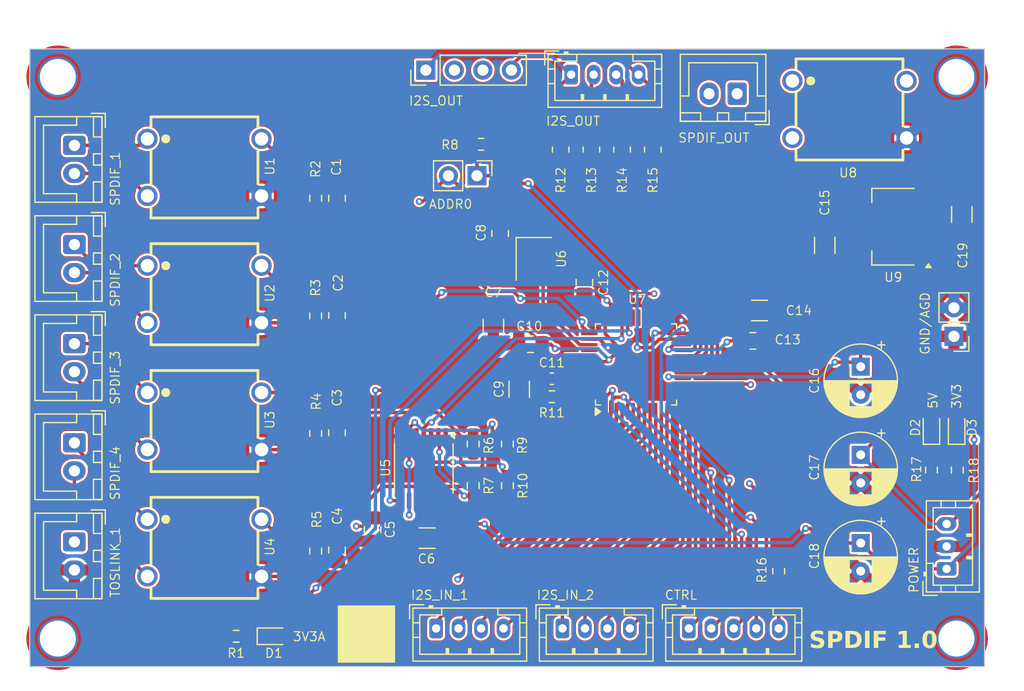
<source format=kicad_pcb>
(kicad_pcb (version 20240108) (generator "pcbnew") (generator_version "8.0")
  (layers (0 "F.Cu" signal) (1 "In1.Cu" signal) (2 "In2.Cu" signal) (31 "B.Cu" mixed) (34 "B.Paste" user) (35 "F.Paste" user) (36 "B.SilkS" user "B.Silkscreen") (37 "F.SilkS" user "F.Silkscreen") (38 "B.Mask" user) (39 "F.Mask" user) (44 "Edge.Cuts" user))
  (net 0 "")
  (net 1 "AGND")
  (net 2 "GND")
  (net 3 "I2S_DATA")
  (net 4 "I2S_LRCLK")
  (net 5 "I2S_BCLK")
  (net 6 "I2S_SCLK")
  (net 7 "SCL")
  (net 8 "SDA")
  (net 9 "3V3")
  (net 10 "SPDIF3_IN")
  (net 11 "SPDIF3_GND")
  (net 12 "SPDIF1_IN")
  (net 13 "SPDIF1_GND")
  (net 14 "SPDIF2_IN")
  (net 15 "SPDIF2_GND")
  (net 16 "5V")
  (net 17 "SPDIF_1")
  (net 18 "SPDIF4_GND")
  (net 19 "SPDIF4_IN")
  (net 20 "SPDIF_2")
  (net 21 "SPDIF_3")
  (net 22 "SPDIF_4")
  (net 23 "Net-(D2-K)")
  (net 24 "I2S_IN_LRCLK_1")
  (net 25 "I2S_IN_BCLK_1")
  (net 26 "Net-(D1-K)")
  (net 27 "I2S_IN_DATA_1")
  (net 28 "I2S_IN_SCLK_1")
  (net 29 "I2S_IN_DATA_2")
  (net 30 "I2S_IN_SCLK_2")
  (net 31 "I2S_IN_LRCLK_2")
  (net 32 "I2S_IN_BCLK_2")
  (net 33 "3V3A")
  (net 34 "SPDIF_OUT")
  (net 35 "TOSLINK_IN")
  (net 36 "XTI")
  (net 37 "Net-(C1-Pad2)")
  (net 38 "SPDIF_INT1")
  (net 39 "SPDIF_INT0")
  (net 40 "SPDIF_RESET")
  (net 41 "Net-(D3-K)")
  (net 42 "ADR0")
  (net 43 "FILTGND")
  (net 44 "SPDIFPOS")
  (net 45 "SPDIFNEG")
  (net 46 "Net-(C2-Pad2)")
  (net 47 "Net-(C3-Pad1)")
  (net 48 "Net-(C3-Pad2)")
  (net 49 "Net-(C4-Pad1)")
  (net 50 "Net-(C4-Pad2)")
  (net 51 "Net-(C9-Pad2)")
  (net 52 "Net-(U7-FILT)")
  (net 53 "Net-(R6-Pad2)")
  (net 54 "Net-(R7-Pad2)")
  (net 55 "Net-(R10-Pad2)")
  (net 56 "Net-(R9-Pad2)")
  (net 57 "Net-(U7-SCLKO)")
  (net 58 "Net-(U7-BCLK)")
  (net 59 "Net-(U7-LRCLK)")
  (net 60 "Net-(U7-DOUT)")
  (footprint "LED_SMD:LED_0603_1608Metric" (layer "F.Cu") (at 106.6 62.025 90)
    (property "Reference" "D2")
    (property "Value" "BLUE")
  )
  (footprint "Connector_JST:JST_PH_B3B-PH-K_1x03_P2.00mm_Vertical" (layer "F.Cu") (at 107.95 74.6 90)
    (property "Reference" "J13" (hide yes))
    (property "Value" "Conn_01x03_Pin")
  )
  (footprint "Resistor_SMD:R_0603_1608Metric" (layer "F.Cu") (at 66.5 36.8)
    (property "Reference" "R8")
    (property "Value" "4.7K")
  )
  (footprint "LED_SMD:LED_0603_1608Metric" (layer "F.Cu") (at 48.0575 80.6)
    (property "Reference" "D1")
    (property "Value" "YELLOW")
  )
  (footprint "Capacitor_SMD:C_0805_2012Metric_Pad1.18x1.45mm_HandSolder" (layer "F.Cu") (at 75.7 49.1 -90)
    (property "Reference" "C12")
    (property "Value" "0.1u")
  )
  (footprint "Capacitor_SMD:C_0805_2012Metric_Pad1.18x1.45mm_HandSolder" (layer "F.Cu") (at 90.7 54.3 180)
    (property "Reference" "C13")
    (property "Value" "0.1u")
  )
  (footprint "Package_TO_SOT_SMD:SOT-223-3_TabPin2" (layer "F.Cu") (at 103.2 44.1375 180)
    (property "Reference" "U9")
    (property "Value" "AMS1117-3.3")
  )
  (footprint "Connector_JST:JST_XH_B2B-XH-A_1x02_P2.50mm_Vertical" (layer "F.Cu") (at 30.3 72.2 -90)
    (property "Reference" "J5" (hide yes))
    (property "Value" "Conn_01x02_Pin")
  )
  (footprint "Package_QFP:LQFP-48_7x7mm_P0.5mm" (layer "F.Cu") (at 80.3 56.4 90)
    (property "Reference" "U7")
    (property "Value" "DIX9211")
  )
  (footprint "Capacitor_SMD:C_1206_3216Metric_Pad1.33x1.80mm_HandSolder" (layer "F.Cu") (at 67.6 53.1 90)
    (property "Reference" "C7")
    (property "Value" "10u")
  )
  (footprint "Connector_JST:JST_XH_B2B-XH-A_1x02_P2.50mm_Vertical" (layer "F.Cu") (at 30.3 54.55 -90)
    (property "Reference" "J3" (hide yes))
    (property "Value" "Conn_01x02_Pin")
  )
  (footprint "Capacitor_SMD:C_0805_2012Metric_Pad1.18x1.45mm_HandSolder" (layer "F.Cu") (at 53.68 62.48 -90)
    (property "Reference" "C3")
    (property "Value" "10n C0G")
  )
  (footprint "Capacitor_SMD:C_1206_3216Metric" (layer "F.Cu") (at 69.9 58.6 -90)
    (property "Reference" "C9")
    (property "Value" "68n C0G")
  )
  (footprint "Connector_JST:JST_PH_B4B-PH-K_1x04_P2.00mm_Vertical" (layer "F.Cu") (at 73.75 79.9)
    (property "Reference" "J9" (hide yes))
    (property "Value" "Conn_01x04_Pin")
  )
  (footprint "Connector_JST:JST_XH_B2B-XH-A_1x02_P2.50mm_Vertical" (layer "F.Cu") (at 30.3 63.375 -90)
    (property "Reference" "J4" (hide yes))
    (property "Value" "Conn_01x02_Pin")
  )
  (footprint "Capacitor_SMD:C_0805_2012Metric_Pad1.18x1.45mm_HandSolder" (layer "F.Cu") (at 53.68 72.9175 -90)
    (property "Reference" "C4")
    (property "Value" "10n C0G")
  )
  (footprint "easyeda2kicad:XFMR-TH_4P-L9.5-W9.0-P5.08-LS10.2_C9900096976" (layer "F.Cu") (at 41.88 72.73)
    (property "Reference" "U4")
    (property "Value" "DA101C_C6931652")
  )
  (footprint "Capacitor_SMD:C_1206_3216Metric_Pad1.33x1.80mm_HandSolder" (layer "F.Cu") (at 61.7 71.8625)
    (property "Reference" "C6")
    (property "Value" "10u")
  )
  (footprint "Capacitor_SMD:C_1206_3216Metric_Pad1.33x1.80mm_HandSolder" (layer "F.Cu") (at 109.3 43.0375 90)
    (property "Reference" "C19")
    (property "Value" "10u")
  )
  (footprint "easyeda2kicad:XFMR-TH_4P-L9.5-W9.0-P5.08-LS10.2_C9900096976" (layer "F.Cu") (at 41.88 61.44)
    (property "Reference" "U3")
    (property "Value" "DA101C_C6931652")
  )
  (footprint "Resistor_SMD:R_0805_2012Metric" (layer "F.Cu") (at 73.591667 37.275 90)
    (property "Reference" "R12")
    (property "Value" "22R")
  )
  (footprint "Resistor_SMD:R_0603_1608Metric_Pad0.98x0.95mm_HandSolder" (layer "F.Cu") (at 51.78 52.075833 -90)
    (property "Reference" "R3")
    (property "Value" "75R")
  )
  (footprint "Capacitor_SMD:C_1206_3216Metric_Pad1.33x1.80mm_HandSolder" (layer "F.Cu") (at 97.1 45.8 90)
    (property "Reference" "C15")
    (property "Value" "10u")
  )
  (footprint "Connector_JST:JST_XH_B2B-XH-A_1x02_P2.50mm_Vertical" (layer "F.Cu") (at 30.3 36.9 -90)
    (property "Reference" "J1" (hide yes))
    (property "Value" "Conn_01x02_Pin" (hide yes))
  )
  (footprint "Capacitor_SMD:C_1206_3216Metric_Pad1.33x1.80mm_HandSolder" (layer "F.Cu") (at 91.3 51.6 180)
    (property "Reference" "C14")
    (property "Value" "10u")
  )
  (footprint "Capacitor_SMD:C_0805_2012Metric_Pad1.18x1.45mm_HandSolder" (layer "F.Cu") (at 70.9 54.6)
    (property "Reference" "C10")
    (property "Value" "0.1u")
  )
  (footprint "MountingHole:MountingHole_3.2mm_M3_DIN965_Pad_TopOnly" (layer "F.Cu") (at 108.8251 30.805)
    (property "Reference" "H3" (hide yes))
    (property "Value" "MountingHole")
  )
  (footprint "Connector_JST:JST_XH_B2B-XH-A_1x02_P2.50mm_Vertical" (layer "F.Cu") (at 30.3 45.725 -90)
    (property "Reference" "J2" (hide yes))
    (property "Value" "Conn_01x02_Pin")
  )
  (footprint "Connector_JST:JST_XH_B2B-XH-A_1x02_P2.50mm_Vertical" (layer "F.Cu") (at 89.3 32.3 180)
    (property "Reference" "J12" (hide yes))
    (property "Value" "Conn_01x02_Pin")
  )
  (footprint "Connector_PinHeader_2.54mm:PinHeader_1x02_P2.54mm_Vertical" (layer "F.Cu") (at 66.14 39.6 -90)
    (property "Reference" "J8" (hide yes))
    (property "Value" "Conn_01x02_Pin")
  )
  (footprint "Capacitor_SMD:C_0805_2012Metric_Pad1.18x1.45mm_HandSolder" (layer "F.Cu") (at 56.85 71.1 90)
    (property "Reference" "C5")
    (property "Value" "0.1u")
  )
  (footprint "Connector_JST:JST_PH_B4B-PH-K_1x04_P2.00mm_Vertical" (layer "F.Cu") (at 62.5 79.9)
    (property "Reference" "J7" (hide yes))
    (property "Value" "Conn_01x04_Pin")
  )
  (footprint "Connector_PinHeader_2.54mm:PinHeader_1x02_P2.54mm_Vertical" (layer "F.Cu") (at 108.6 53.9 180)
    (property "Reference" "J14" (hide yes))
    (property "Value" "Conn_01x02_Pin")
  )
  (footprint "Resistor_SMD:R_0603_1608Metric_Pad0.98x0.95mm_HandSolder" (layer "F.Cu") (at 51.78 73.0175 -90)
    (property "Reference" "R5")
    (property "Value" "75R")
  )
  (footprint "Resistor_SMD:R_0603_1608Metric_Pad0.98x0.95mm_HandSolder" (layer "F.Cu") (at 108.9 65.8 90)
    (property "Reference" "R18")
    (property "Value" "325R")
  )
  (footprint "easyeda2kicad:XFMR-TH_4P-L9.5-W9.0-P5.08-LS10.2_C9900096976" (layer "F.Cu") (at 99.3 33.7)
    (property "Reference" "U8")
    (property "Value" "DA101C_C6931652")
  )
  (footprint "Package_SO:TSSOP-14_4.4x5mm_P0.65mm" (layer "F.Cu") (at 61.4 65.6625 -90)
    (property "Reference" "U5")
    (property "Value" "74HC7014")
  )
  (footprint "Resistor_SMD:R_0805_2012Metric" (layer "F.Cu") (at 81.791667 37.275 90)
    (property "Reference" "R15")
    (property "Value" "22R")
  )
  (footprint "Connector_JST:JST_PH_B4B-PH-K_1x04_P2.00mm_Vertical" (layer "F.Cu") (at 74.525 30.6)
    (property "Reference" "J10" (hide yes))
    (property "Value" "Conn_01x04_Pin")
  )
  (footprint "easyeda2kicad:XFMR-TH_4P-L9.5-W9.0-P5.08-LS10.2_C9900096976" (layer "F.Cu") (at 41.88 50.15)
    (property "Reference" "U2")
    (property "Value" "DA101C_C6931652")
  )
  (footprint "Resistor_SMD:R_0603_1608Metric_Pad0.98x0.95mm_HandSolder" (layer "F.Cu") (at 51.78 62.546666 -90)
    (property "Reference" "R4")
    (property "Value" "75R")
  )
  (footprint "Resistor_SMD:R_0805_2012Metric" (layer "F.Cu") (at 76.325 37.275 90)
    (property "Reference" "R13")
    (property "Value" "22R")
  )
  (footprint "Capacitor_SMD:C_0805_2012Metric_Pad1.18x1.45mm_HandSolder" (layer "F.Cu") (at 53.68 41.605 -90)
    (property "Reference" "C1")
    (property "Value" "10n C0G")
  )
  (footprint "Capacitor_SMD:C_0805_2012Metric_Pad1.18x1.45mm_HandSolder" (layer "F.Cu") (at 68.2 44.7375 -90)
    (property "Reference" "C8")
    (property "Value" "0.1u")
  )
  (footprint "easyeda2kicad:XFMR-TH_4P-L9.5-W9.0-P5.08-LS10.2_C9900096976" (layer "F.Cu") (at 41.88 38.86)
    (property "Reference" "U1")
    (property "Value" "DA101C_C6931652")
  )
  (footprint "LED_SMD:LED_0603_1608Metric" (layer "F.Cu") (at 108.84 62.025 90)
    (property "Reference" "D3")
    (property "Value" "YELLOW")
  )
  (footprint "Resistor_SMD:R_0603_1608Metric" (layer "F.Cu") (at 72.8 59.275 180)
    (property "Reference" "R11")
    (property "Value" "680R")
  )
  (footprint "Resistor_SMD:R_0603_1608Metric_Pad0.98x0.95mm_HandSolder" (layer "F.Cu") (at 106.6 65.8 90)
    (property "Reference" "R17")
    (property "Value" "500R")
  )
  (footprint "Resistor_SMD:R_0805_2012Metric" (layer "F.Cu") (at 79.058333 37.275 90)
    (property "Reference" "R14")
    (property "Value" "22R")
  )
  (footprint "Oscillator:Oscillator_SMD_Abracon_ASE-4Pin_3.2x2.5mm" (layer "F.Cu") (at 71.2 47 -90)
    (property "Reference" "U6")
    (property "Value" "ASDMB-xxxMHz")
  )
  (footprint "Capacitor_SMD:C_0603_1608Metric" (layer "F.Cu") (at 72.8 57.675)
    (property "Reference" "C11")
    (property "Value" "4.7n C0G")
  )
  (footprint "Capacitor_SMD:C_0805_2012Metric_Pad1.18x1.45mm_HandSolder" (layer "F.Cu") (at 53.68 52.0425 -90)
    (property "Reference" "C2")
    (property "Value" "10n C0G")
  )
  (footprint "Resistor_SMD:R_0603_1608Metric_Pad0.98x0.95mm_HandSolder" (layer "F.Cu") (at 65.8 67.1875 -90)
    (property "Reference" "R7")
    (property "Value" "100K")
  )
  (footprint "Capacitor_THT:CP_Radial_D6.3mm_P2.50mm" (layer "F.Cu") (at 100.3 72.3 -90)
    (property "Reference" "C18")
    (property "Value" "220u")
  )
  (footprint "Capacitor_THT:CP_Radial_D6.3mm_P2.50mm" (layer "F.Cu") (at 100.3 64.45 -90)
    (property "Reference" "C17")
    (property "Value" "220u")
  )
  (footprint "Resistor_SMD:R_0603_1608Metric_Pad0.98x0.95mm_HandSolder" (layer "F.Cu") (at 44.7 80.6)
    (property "Reference" "R1")
    (property "Value" "325R")
  )
  (footprint "Resistor_SMD:R_0603_1608Metric_Pad0.98x0.95mm_HandSolder" (layer "F.Cu") (at 51.78 41.605 -90)
    (property "Reference" "R2")
    (property "Value" "75R")
  )
  (footprint "Resistor_SMD:R_0603_1608Metric_Pad0.98x0.95mm_HandSolder" (layer "F.Cu") (at 65.8 63.4875 90)
    (property "Reference" "R6")
    (property "Value" "220R")
  )
  (footprint "MountingHole:MountingHole_3.2mm_M3_DIN965_Pad_TopOnly" (layer "F.Cu") (at 28.8251 30.805)
    (property "Reference" "H1" (hide yes))
    (property "Value" "MountingHole")
  )
  (footprint "Resistor_SMD:R_0603_1608Metric_Pad0.98x0.95mm_HandSolder" (layer "F.Cu") (at 68.85 63.4875 -90)
    (property "Reference" "R9")
    (property "Value" "100K")
  )
  (footprint "Connector_PinHeader_2.54mm:PinHeader_1x04_P2.54mm_Vertical" (layer "F.Cu") (at 61.585 30.2 90)
    (property "Reference" "J6" (hide yes))
    (property "Value" "Conn_01x04_Pin")
  )
  (footprint "MountingHole:MountingHole_3.2mm_M3_DIN965_Pad_TopOnly" (layer "F.Cu") (at 108.8251 80.805)
    (property "Reference" "H4" (hide yes))
    (property "Value" "MountingHole")
  )
  (footprint "MountingHole:MountingHole_3.2mm_M3_DIN965_Pad_TopOnly" (layer "F.Cu") (at 28.8251 80.805)
    (property "Reference" "H2" (hide yes))
    (property "Value" "MountingHole")
  )
  (footprint "Capacitor_THT:CP_Radial_D6.3mm_P2.50mm" (layer "F.Cu") (at 100.3 56.6 -90)
    (property "Reference" "C16")
    (property "Value" "220u")
  )
  (footprint "Resistor_SMD:R_0603_1608Metric" (layer "F.Cu") (at 93 74.8 -90)
    (property "Reference" "R16")
    (property "Value" "4.7K")
  )
  (footprint "Connector_JST:JST_PH_B5B-PH-K_1x05_P2.00mm_Vertical" (layer "F.Cu") (at 85 79.9)
    (property "Reference" "J11" (hide yes))
    (property "Value" "Conn_01x05_Pin")
  )
  (footprint "Resistor_SMD:R_0603_1608Metric_Pad0.98x0.95mm_HandSolder" (layer "F.Cu") (at 68.85 67.1875 90)
    (property "Reference" "R10")
    (property "Value" "220R")
  )
  (gr_rect (start 53.8 77.9) (end 58.8 82.9) (stroke (width 0.1)) (fill solid) (layer "F.SilkS"))
  (gr_line (start 111.3251 28.305) (end 111.3251 83.305) (stroke (width 0.1)) (layer "Edge.Cuts"))
  (gr_line (start 111.3251 83.305) (end 26.3251 83.305) (stroke (width 0.1)) (layer "Edge.Cuts"))
  (gr_line (start 26.3251 83.305) (end 26.3251 28.305) (stroke (width 0.1)) (layer "Edge.Cuts"))
  (gr_line (start 26.3251 28.305) (end 111.3251 28.305) (stroke (width 0.1)) (layer "Edge.Cuts"))
  (gr_text "SPDIF_3\n" (at 34.399952 60.045 90) (layer "F.SilkS") (effects (font (size 0.8 0.8) (thickness 0.1) (bold yes)) (justify left bottom)))
  (gr_text "CTRL" (at 82.8 77.4 0) (layer "F.SilkS") (effects (font (size 0.8 0.8) (thickness 0.1) (bold yes)) (justify left bottom)))
  (gr_text "SPDIF_1" (at 34.399952 42.345 90) (layer "F.SilkS") (effects (font (size 0.8 0.8) (thickness 0.1) (bold yes)) (justify left bottom)))
  (gr_text "5V\n" (at 107.2 60.4 90) (layer "F.SilkS") (effects (font (size 0.8 0.8) (thickness 0.1) (bold yes)) (justify left bottom)))
  (gr_text "I2S_IN_1" (at 60.2 77.4 0) (layer "F.SilkS") (effects (font (size 0.8 0.8) (thickness 0.1) (bold yes)) (justify left bottom)))
  (gr_text "SPDIF_4\n" (at 34.399952 68.545 90) (layer "F.SilkS") (effects (font (size 0.8 0.8) (thickness 0.1) (bold yes)) (justify left bottom)))
  (gr_text "SPDIF 1.0" (at 95.7 81.9 0) (layer "F.SilkS") (effects (font (size 1.5 1.5) (thickness 0.1) (bold yes)) (justify left bottom)))
  (gr_text "SPDIF_OUT" (at 84 36.7 0) (layer "F.SilkS") (effects (font (size 0.8 0.8) (thickness 0.1) (bold yes)) (justify left bottom)))
  (gr_text "I2S_OUT" (at 60.025 33.4 0) (layer "F.SilkS") (effects (font (size 0.8 0.8) (thickness 0.1) (bold yes)) (justify left bottom)))
  (gr_text "ADDR0" (at 61.8 42.6 0) (layer "F.SilkS") (effects (font (size 0.8 0.8) (thickness 0.1) (bold yes)) (justify left bottom)))
  (gr_text "POWER" (at 105.5 76.8 90) (layer "F.SilkS") (effects (font (size 0.8 0.8) (thickness 0.1) (bold yes)) (justify left bottom)))
  (gr_text "TOSLINK_1\n" (at 34.399952 77.2 90) (layer "F.SilkS") (effects (font (size 0.8 0.8) (thickness 0.1) (bold yes)) (justify left bottom)))
  (gr_text "GND/AGD" (at 106.5 55.6 90) (layer "F.SilkS") (effects (font (size 0.8 0.8) (thickness 0.1) (bold yes)) (justify left bottom)))
  (gr_text "SPDIF_2" (at 34.399952 51.345 90) (layer "F.SilkS") (effects (font (size 0.8 0.8) (thickness 0.1) (bold yes)) (justify left bottom)))
  (gr_text "3V3" (at 109.3 60.4 90) (layer "F.SilkS") (effects (font (size 0.8 0.8) (thickness 0.1) (bold yes)) (justify left bottom)))
  (gr_text "I2S_IN_2" (at 71.4 77.4 0) (layer "F.SilkS") (effects (font (size 0.8 0.8) (thickness 0.1) (bold yes)) (justify left bottom)))
  (gr_text "3V3A" (at 49.6875 81.1 0) (layer "F.SilkS") (effects (font (size 0.8 0.8) (thickness 0.1) (bold yes)) (justify left bottom)))
  (gr_text "I2S_OUT" (at 72.225 35.2 0) (layer "F.SilkS") (effects (font (size 0.8 0.8) (thickness 0.1) (bold yes)) (justify left bottom)))
  (segment (start 50.44 75.27) (end 51.78 73.93) (width 0.3) (layer "F.Cu") (net 1))
  (segment (start 46.96 52.69) (end 51.481667 52.69) (width 0.3) (layer "F.Cu") (net 1))
  (segment (start 76.1375 54.15) (end 77.03995 54.15) (width 0.3) (layer "F.Cu") (net 1))
  (segment (start 51.259166 63.98) (end 51.78 63.459166) (width 0.3) (layer "F.Cu") (net 1))
  (segment (start 46.96 75.27) (end 50.44 75.27) (width 0.3) (layer "F.Cu") (net 1))
  (segment (start 51.78 42.5175) (end 48.0775 42.5175) (width 0.3) (layer "F.Cu") (net 1))
  (segment (start 46.96 63.98) (end 51.259166 63.98) (width 0.3) (layer "F.Cu") (net 1))
  (segment (start 48.0775 42.5175) (end 46.96 41.4) (width 0.3) (layer "F.Cu") (net 1))
  (segment (start 77.03995 54.15) (end 77.800811 54.910861) (width 0.3) (layer "F.Cu") (net 1))
  (via (at 77.800811 54.910861) (size 0.6) (drill 0.3) (layers "F.Cu" "B.Cu") (net 1))
  (segment (start 85.30312 55.15) (end 85.55 54.90312) (width 0.3) (layer "F.Cu") (net 2))
  (segment (start 85.55 53.39688) (end 84.617982 52.464862) (width 0.3) (layer "F.Cu") (net 2))
  (segment (start 84.4625 55.15) (end 85.30312 55.15) (width 0.3) (layer "F.Cu") (net 2))
  (segment (start 84.617982 52.464862) (end 84.335138 52.464862) (width 0.3) (layer "F.Cu") (net 2))
  (segment (start 85.55 54.90312) (end 85.55 53.39688) (width 0.3) (layer "F.Cu") (net 2))
  (via (at 84.335138 52.464862) (size 0.6) (drill 0.3) (layers "F.Cu" "B.Cu") (net 2))
  (segment (start 81.791667 36.45) (end 81.791667 31.866667) (width 0.3) (layer "F.Cu") (net 3))
  (segment (start 70 29) (end 69.205 29.795) (width 0.3) (layer "F.Cu") (net 3))
  (segment (start 78.825 29) (end 70 29) (width 0.3) (layer "F.Cu") (net 3))
  (segment (start 80.525 30.7) (end 78.825 29) (width 0.3) (layer "F.Cu") (net 3))
  (segment (start 81.791667 31.866667) (end 80.525 30.6) (width 0.3) (layer "F.Cu") (net 3))
  (segment (start 79.058333 36.45) (end 79.058333 31.133333) (width 0.3) (layer "F.Cu") (net 4))
  (segment (start 79.058333 31.133333) (end 78.525 30.6) (width 0.3) (layer "F.Cu") (net 4))
  (segment (start 76.325 36.45) (end 76.325 30.8) (width 0.3) (layer "F.Cu") (net 5))
  (segment (start 73.591667 31.533333) (end 74.525 30.6) (width 0.3) (layer "F.Cu") (net 6))
  (segment (start 73.591667 36.45) (end 73.591667 31.533333) (width 0.3) (layer "F.Cu") (net 6))
  (segment (start 74.525 30.7) (end 72.725 28.9) (width 0.3) (layer "B.Cu") (net 6))
  (segment (start 62.9 28.9) (end 62.8 28.8) (width 0.3) (layer "B.Cu") (net 6))
  (segment (start 62.8 28.8) (end 61.585 30.015) (width 0.3) (layer "B.Cu") (net 6))
  (segment (start 72.725 28.9) (end 62.9 28.9) (width 0.3) (layer "B.Cu") (net 6))
  (segment (start 82.52812 53.6) (end 82 53.6) (width 0.3) (layer "F.Cu") (net 7))
  (segment (start 83.05 53.07812) (end 82.52812 53.6) (width 0.3) (layer "F.Cu") (net 7))
  (segment (start 83.05 52.2375) (end 83.05 53.07812) (width 0.3) (layer "F.Cu") (net 7))
  (segment (start 86.955025 77.944975) (end 86.955025 66.044975) (width 0.3) (layer "F.Cu") (net 7))
  (segment (start 85 79.9) (end 86.955025 77.944975) (width 0.3) (layer "F.Cu") (net 7))
  (via (at 86.955025 66.044975) (size 0.6) (drill 0.3) (layers "F.Cu" "B.Cu") (net 7))
  (via (at 82 53.6) (size 0.6) (drill 0.3) (layers "F.Cu" "B.Cu") (net 7))
  (segment (start 81.8 60.88995) (end 81.8 53.8) (width 0.3) (layer "B.Cu") (net 7))
  (segment (start 86.955025 66.044975) (end 81.8 60.88995) (width 0.3) (layer "B.Cu") (net 7))
  (segment (start 81.8 53.8) (end 82 53.6) (width 0.3) (layer "B.Cu") (net 7))
  (segment (start 84.444799 53.307746) (end 84.444799 53.632299) (width 0.3) (layer "F.Cu") (net 8))
  (segment (start 88.6 78.3) (end 87 79.9) (width 0.3) (layer "F.Cu") (net 8))
  (segment (start 88.6 66.7) (end 88.6 78.3) (width 0.3) (layer "F.Cu") (net 8))
  (segment (start 84.444799 53.632299) (end 84.4625 53.65) (width 0.3) (layer "F.Cu") (net 8))
  (via (at 84.444799 53.307746) (size 0.6) (drill 0.3) (layers "F.Cu" "B.Cu") (net 8))
  (via (at 88.6 66.7) (size 0.6) (drill 0.3) (layers "F.Cu" "B.Cu") (net 8))
  (segment (start 88.6 66.7) (end 82.55 60.65) (width 0.3) (layer "B.Cu") (net 8))
  (segment (start 83.974182 53.307746) (end 84.444799 53.307746) (width 0.3) (layer "B.Cu") (net 8))
  (segment (start 82.55 54.731928) (end 83.974182 53.307746) (width 0.3) (layer "B.Cu") (net 8))
  (segment (start 82.55 60.65) (end 82.55 54.731928) (width 0.3) (layer "B.Cu") (net 8))
  (segment (start 57.2375 70.45) (end 63.2125 70.45) (width 0.3) (layer "F.Cu") (net 9))
  (segment (start 70.375 45.875) (end 68.2 43.7) (width 0.3) (layer "F.Cu") (net 9))
  (segment (start 83.621884 54.65) (end 83.2 55.071884) (width 0.3) (layer "F.Cu") (net 9))
  (segment (start 89.6625 54.3) (end 88.5 54.3) (width 0.3) (layer "F.Cu") (net 9))
  (segment (start 88.5 54.3) (end 88.4 54.4) (width 0.3) (layer "F.Cu") (net 9))
  (segment (start 89.7375 51.6) (end 89.7375 54.225) (width 0.3) (layer "F.Cu") (net 9))
  (segment (start 70.375 45.95) (end 72.025 45.95) (width 0.3) (layer "F.Cu") (net 9))
  (segment (start 56.1125 70.8) (end 56.85 70.0625) (width 0.3) (layer "F.Cu") (net 9))
  (segment (start 63.2125 70.45) (end 63.2625 70.4) (width 0.3) (layer "F.Cu") (net 9))
  (segment (start 55.4 70.8) (end 56.1125 70.8) (width 0.3) (layer "F.Cu") (net 9))
  (segment (start 64.9 70.6) (end 66.8 70.6) (width 0.3) (layer "F.Cu") (net 9))
  (segment (start 107.95 74.6) (end 102.6 74.6) (width 0.3) (layer "F.Cu") (net 9))
  (segment (start 95.8 71) (end 97.1 72.3) (width 0.3) (layer "F.Cu") (net 9))
  (segment (start 84.4625 54.65) (end 83.621884 54.65) (width 0.3) (layer "F.Cu") (net 9))
  (segment (start 63.2625 71.8625) (end 63.2625 70.4) (width 0.3) (layer "F.Cu") (net 9))
  (segment (start 63.6375 71.8625) (end 64.9 70.6) (width 0.3) (layer "F.Cu") (net 9))
  (segment (start 61.3 41.9) (end 61 41.9) (width 0.3) (layer "F.Cu") (net 9))
  (segment (start 67.7 43.7) (end 68.2 43.7) (width 0.3) (layer "F.Cu") (net 9))
  (segment (start 63.2625 68.6125) (end 63.35 68.525) (width 0.3) (layer "F.Cu") (net 9))
  (segment (start 95.4 60.4) (end 89.6625 54.6625) (width 0.3) (layer "F.Cu") (net 9))
  (segment (start 70.375 45.95) (end 70.375 45.875) (width 0.3) (layer "F.Cu") (net 9))
  (segment (start 108.24 60.4) (end 95.4 60.4) (width 0.3) (layer "F.Cu") (net 9))
  (segment (start 63.2625 70.4) (end 63.2625 68.6125) (width 0.3) (layer "F.Cu") (net 9))
  (segment (start 95.4 71) (end 95.8 71) (width 0.3) (layer "F.Cu") (net 9))
  (segment (start 102.6 74.6) (end 100.3 72.3) (width 0.3) (layer "F.Cu") (net 9))
  (segment (start 63.6 39.6) (end 67.7 43.7) (width 0.3) (layer "F.Cu") (net 9))
  (segment (start 110.4 62.56) (end 108.24 60.4) (width 0.3) (layer "F.Cu") (net 9))
  (segment (start 63.6 39.6) (end 61.3 41.9) (width 0.3) (layer "F.Cu") (net 9))
  (segment (start 97.1 72.3) (end 100.3 72.3) (width 0.3) (layer "F.Cu") (net 9))
  (segment (start 110.4 63.1) (end 110.4 62.56) (width 0.3) (layer "F.Cu") (net 9))
  (via (at 110.4 63.1) (size 0.6) (drill 0.3) (layers "F.Cu" "B.Cu") (net 9))
  (via (at 55.4 70.8) (size 0.6) (drill 0.3) (layers "F.Cu" "B.Cu") (net 9))
  (via (at 61 41.9) (size 0.6) (drill 0.3) (layers "F.Cu" "B.Cu") (net 9))
  (via (at 83.2 55.071884) (size 0.6) (drill 0.3) (layers "F.Cu" "B.Cu") (net 9))
  (via (at 95.4 71) (size 0.6) (drill 0.3) (layers "F.Cu" "B.Cu") (net 9))
  (via (at 88.4 54.4) (size 0.6) (drill 0.3) (layers "F.Cu" "B.Cu") (net 9))
  (via (at 66.8 70.6) (size 0.6) (drill 0.3) (layers "F.Cu" "B.Cu") (net 9))
  (segment (start 94.138966 72.261034) (end 95.4 71) (width 0.3) (layer "B.Cu") (net 9))
  (segment (start 68.461034 72.261034) (end 94.138966 72.261034) (width 0.3) (layer "B.Cu") (net 9))
  (segment (start 83.2 55.071884) (end 87.728116 55.071884) (width 0.3) (layer "B.Cu") (net 9))
  (segment (start 110.4 72.15) (end 110.4 63.1) (width 0.3) (layer "B.Cu") (net 9))
  (segment (start 66.8 70.6) (end 68.461034 72.261034) (width 0.3) (layer "B.Cu") (net 9))
  (segment (start 107.95 74.6) (end 110.4 72.15) (width 0.3) (layer "B.Cu") (net 9))
  (segment (start 87.728116 55.071884) (end 88.4 54.4) (width 0.3) (layer "B.Cu") (net 9))
  (segment (start 36.8 58.9) (end 32.45 54.55) (width 0.3) (layer "F.Cu") (net 10))
  (segment (start 32.45 54.55) (end 30.3 54.55) (width 0.3) (layer "F.Cu") (net 10))
  (segment (start 36.8 63.98) (end 30.3 57.48) (width 0.3) (layer "F.Cu") (net 11))
  (segment (start 30.3 36.9) (end 36.22 36.9) (width 0.3) (layer "F.Cu") (net 12))
  (segment (start 36.22 36.9) (end 36.8 36.32) (width 0.3) (layer "F.Cu") (net 12))
  (segment (start 30.3 39.4) (end 34.8 39.4) (width 0.3) (layer "F.Cu") (net 13))
  (segment (start 34.8 39.4) (end 36.8 41.4) (width 0.3) (layer "F.Cu") (net 13))
  (segment (start 32.185 47.61) (end 30.3 45.725) (width 0.3) (layer "F.Cu") (net 14))
  (segment (start 36.8 47.61) (end 32.185 47.61) (width 0.3) (layer "F.Cu") (net 14))
  (segment (start 30.3 48.225) (end 32.335 48.225) (width 0.3) (layer "F.Cu") (net 15))
  (segment (start 32.335 48.225) (end 36.8 52.69) (width 0.3) (layer "F.Cu") (net 15))
  (segment (start 111.1 67.725) (end 108.225 70.6) (width 0.3) (layer "F.Cu") (net 16))
  (segment (start 109.3 41.475) (end 111.1 43.275) (width 0.3) (layer "F.Cu") (net 16))
  (segment (start 111.1 43.275) (end 111.1 67.725) (width 0.3) (layer "F.Cu") (net 16))
  (segment (start 106.6 61) (end 103.75 61) (width 0.3) (layer "F.Cu") (net 16))
  (segment (start 103.75 61) (end 100.3 64.45) (width 0.3) (layer "F.Cu") (net 16))
  (segment (start 109.3 41.475) (end 106.7125 41.475) (width 0.3) (layer "F.Cu") (net 16))
  (segment (start 106.45 70.6) (end 100.3 64.45) (width 0.3) (layer "B.Cu") (net 16))
  (segment (start 107.95 70.6) (end 106.45 70.6) (width 0.3) (layer "B.Cu") (net 16))
  (segment (start 57.8675 40.5675) (end 67.2 49.9) (width 0.3) (layer "F.Cu") (net 17))
  (segment (start 69.375 49.9) (end 70 50.525) (width 0.3) (layer "F.Cu") (net 17))
  (segment (start 76.1375 53.65) (end 75.5 53.0125) (width 0.3) (layer "F.Cu") (net 17))
  (segment (start 53.68 40.5675) (end 57.8675 40.5675) (width 0.3) (layer "F.Cu") (net 17))
  (segment (start 75.5 53.0125) (end 75.5 52.6) (width 0.3) (layer "F.Cu") (net 17))
  (segment (start 67.2 49.9) (end 69.375 49.9) (width 0.3) (layer "F.Cu") (net 17))
  (via (at 70 50.525) (size 0.6) (drill 0.3) (layers "F.Cu" "B.Cu") (net 17))
  (via (at 75.5 52.6) (size 0.6) (drill 0.3) (layers "F.Cu" "B.Cu") (net 17))
  (segment (start 75.5 52.6) (end 73.425 50.525) (width 0.3) (layer "B.Cu") (net 17))
  (segment (start 73.425 50.525) (end 70 50.525) (width 0.3) (layer "B.Cu") (net 17))
  (segment (start 30.3 68.77) (end 36.8 75.27) (width 0.3) (layer "F.Cu") (net 18))
  (segment (start 30.3 65.875) (end 30.3 68.77) (width 0.3) (layer "F.Cu") (net 18))
  (segment (start 36.8 70.19) (end 30.3 63.69) (width 0.3) (layer "F.Cu") (net 19))
  (segment (start 78.05 51.05) (end 77.7 50.7) (width 0.3) (layer "F.Cu") (net 20))
  (segment (start 53.68 51.005) (end 61.995 51.005) (width 0.3) (layer "F.Cu") (net 20))
  (segment (start 78.05 52.2375) (end 78.05 51.05) (width 0.3) (layer "F.Cu") (net 20))
  (segment (start 61.995 51.005) (end 63 50) (width 0.3) (layer "F.Cu") (net 20))
  (via (at 77.7 50.7) (size 0.6) (drill 0.3) (layers "F.Cu" "B.Cu") (net 20))
  (via (at 63 50) (size 0.6) (drill 0.3) (layers "F.Cu" "B.Cu") (net 20))
  (segment (start 63.155025 49.844975) (end 63 50) (width 0.3) (layer "B.Cu") (net 20))
  (segment (start 76.844975 49.844975) (end 63.155025 49.844975) (width 0.3) (layer "B.Cu") (net 20))
  (segment (start 77.7 50.7) (end 76.844975 49.844975) (width 0.3) (layer "B.Cu") (net 20))
  (segment (start 79.05 52.2375) (end 79.05 54.05) (width 0.3) (layer "F.Cu") (net 21))
  (segment (start 61.4 62.062501) (end 61.900001 61.5625) (width 0.3) (layer "F.Cu") (net 21))
  (segment (start 61.900001 61.5625) (end 62.095682 61.5625) (width 0.3) (layer "F.Cu") (net 21))
  (segment (start 79.05 54.05) (end 78.984925 54.115075) (width 0.3) (layer "F.Cu") (net 21))
  (segment (start 61.4 62.8) (end 61.4 62.062501) (width 0.3) (layer "F.Cu") (net 21))
  (via (at 62.095682 61.5625) (size 0.6) (drill 0.3) (layers "F.Cu" "B.Cu") (net 21))
  (via (at 78.984925 54.115075) (size 0.6) (drill 0.3) (layers "F.Cu" "B.Cu") (net 21))
  (segment (start 78.96985 54.1) (end 78.984925 54.115075) (width 0.3) (layer "B.Cu") (net 21))
  (segment (start 62.095682 61.5625) (end 69.558182 54.1) (width 0.3) (layer "B.Cu") (net 21))
  (segment (start 69.558182 54.1) (end 78.96985 54.1) (width 0.3) (layer "B.Cu") (net 21))
  (segment (start 79.55 52.2375) (end 79.55 53.45) (width 0.3) (layer "F.Cu") (net 22))
  (segment (start 79.55 53.45) (end 79.7 53.6) (width 0.3) (layer "F.Cu") (net 22))
  (segment (start 58.425 68.525) (end 58.4 68.5) (width 0.3) (layer "F.Cu") (net 22))
  (segment (start 59.45 68.525) (end 58.425 68.525) (width 0.3) (layer "F.Cu") (net 22))
  (via (at 58.4 68.5) (size 0.6) (drill 0.3) (layers "F.Cu" "B.Cu") (net 22))
  (via (at 79.7 53.6) (size 0.6) (drill 0.3) (layers "F.Cu" "B.Cu") (net 22))
  (segment (start 79.515075 53.415075) (end 79.7 53.6) (width 0.3) (layer "B.Cu") (net 22))
  (segment (start 58.4 68.5) (end 58.4 61.5) (width 0.3) (layer "B.Cu") (net 22))
  (segment (start 66.484925 53.415075) (end 79.515075 53.415075) (width 0.3) (layer "B.Cu") (net 22))
  (segment (start 58.4 61.5) (end 66.484925 53.415075) (width 0.3) (layer "B.Cu") (net 22))
  (segment (start 106.6 63.05) (end 106.6 64.8875) (width 0.3) (layer "F.Cu") (net 23))
  (segment (start 81.55 60.5625) (end 81.55 64.25) (width 0.3) (layer "F.Cu") (net 24))
  (segment (start 81.55 64.25) (end 66.5 79.3) (width 0.3) (layer "F.Cu") (net 24))
  (segment (start 81.05 62.95) (end 64.5 79.5) (width 0.3) (layer "F.Cu") (net 25))
  (segment (start 81.05 60.5625) (end 81.05 62.95) (width 0.3) (layer "F.Cu") (net 25))
  (segment (start 47.27 80.4) (end 45.6125 80.4) (width 0.3) (layer "F.Cu") (net 26))
  (segment (start 82.05 60.5625) (end 82.05 66.35) (width 0.3) (layer "F.Cu") (net 27))
  (segment (start 82.05 66.35) (end 68.5 79.9) (width 0.3) (layer "F.Cu") (net 27))
  (segment (start 80.30312 61.65) (end 80.15 61.65) (width 0.3) (layer "F.Cu") (net 28))
  (segment (start 80.55 60.5625) (end 80.55 61.40312) (width 0.3) (layer "F.Cu") (net 28))
  (segment (start 80.55 61.40312) (end 80.30312 61.65) (width 0.3) (layer "F.Cu") (net 28))
  (segment (start 80.15 61.65) (end 62.5 79.3) (width 0.3) (layer "F.Cu") (net 28))
  (segment (start 85.6 58.94688) (end 85.6 74) (width 0.3) (layer "F.Cu") (net 29))
  (segment (start 85.6 74) (end 79.75 79.85) (width 0.3) (layer "F.Cu") (net 29))
  (segment (start 84.4625 58.65) (end 85.30312 58.65) (width 0.3) (layer "F.Cu") (net 29))
  (segment (start 85.30312 58.65) (end 85.6 58.94688) (width 0.3) (layer "F.Cu") (net 29))
  (segment (start 82.55 68.65) (end 73.75 77.45) (width 0.3) (layer "F.Cu") (net 30))
  (segment (start 73.75 77.45) (end 73.75 79.9) (width 0.3) (layer "F.Cu") (net 30))
  (segment (start 82.55 60.5625) (end 82.55 68.65) (width 0.3) (layer "F.Cu") (net 30))
  (segment (start 84.4625 59.15) (end 84.4625 72.3375) (width 0.3) (layer "F.Cu") (net 31))
  (segment (start 84.4625 72.3375) (end 77.75 79.05) (width 0.3) (layer "F.Cu") (net 31))
  (segment (start 77.75 79.05) (end 77.75 79.9) (width 0.3) (layer "F.Cu") (net 31))
  (segment (start 75.75 78.65) (end 75.75 79.9) (width 0.3) (layer "F.Cu") (net 32))
  (segment (start 83.05 71.35) (end 75.75 78.65) (width 0.3) (layer "F.Cu") (net 32))
  (segment (start 83.05 60.5625) (end 83.05 71.35) (width 0.3) (layer "F.Cu") (net 32))
  (segment (start 72.7 54.6) (end 73.1 55) (width 0.3) (layer "F.Cu") (net 33))
  (segment (start 48.845 80.6) (end 48.845 79.255) (width 0.3) (layer "F.Cu") (net 33))
  (segment (start 106.35 44.1375) (end 100.05 44.1375) (width 0.3) (layer "F.Cu") (net 33))
  (segment (start 76.1375 56.15) (end 77.73995 56.15) (width 0.3) (layer "F.Cu") (net 33))
  (segment (start 77.55 51.9875) (end 75.7 50.1375) (width 0.3) (layer "F.Cu") (net 33))
  (segment (start 78.500811 55.389139) (end 77.73995 56.15) (width 0.3) (layer "F.Cu") (net 33))
  (segment (start 77.55 52.2375) (end 77.55 53.6701) (width 0.3) (layer "F.Cu") (net 33))
  (segment (start 77.55 53.6701) (end 78.500811 54.620911) (width 0.3) (layer "F.Cu") (net 33))
  (segment (start 59.9 58.7) (end 67.0625 51.5375) (width 0.3) (layer "F.Cu") (net 33))
  (segment (start 98 56.2) (end 99.9 56.2) (width 0.3) (layer "F.Cu") (net 33))
  (segment (start 48.845 79.255) (end 51.8 76.3) (width 0.3) (layer "F.Cu") (net 33))
  (segment (start 77.73995 56.15) (end 77.894975 55.994975) (width 0.3) (layer "F.Cu") (net 33))
  (segment (start 78.500811 54.620911) (end 78.500811 55.389139) (width 0.3) (layer "F.Cu") (net 33))
  (segment (start 71.9375 54.6) (end 72.7 54.6) (width 0.3) (layer "F.Cu") (net 33))
  (segment (start 68.975 51.6375) (end 67.7 51.6375) (width 0.3) (layer "F.Cu") (net 33))
  (segment (start 71.9375 54.6) (end 68.975 51.6375) (width 0.3) (layer "F.Cu") (net 33))
  (segment (start 57.1 58.7) (end 59.9 58.7) (width 0.3) (layer "F.Cu") (net 33))
  (segment (start 100.05 44.1375) (end 97.1 44.1375) (width 0.3) (layer "F.Cu") (net 33))
  (segment (start 100.3 56.6) (end 100.3 44.3875) (width 0.3) (layer "F.Cu") (net 33))
  (via (at 83.2 57.5) (size 0.6) (drill 0.3) (layers "F.Cu" "B.Cu") (net 33))
  (via (at 77.894975 55.994975) (size 0.6) (drill 0.3) (layers "F.Cu" "B.Cu") (net 33))
  (via (at 73.1 55) (size 0.6) (drill 0.3) (layers "F.Cu" "B.Cu") (net 33))
  (via (at 57.1 58.7) (size 0.6) (drill 0.3) (layers "F.Cu" "B.Cu") (net 33))
  (via (at 51.8 76.3) (size 0.6) (drill 0.3) (layers "F.Cu" "B.Cu") (net 33))
  (via (at 98 56.2) (size 0.6) (drill 0.3) (layers "F.Cu" "B.Cu") (net 33))
  (segment (start 73.1 55) (end 76.9 55) (width 0.3) (layer "B.Cu") (net 33))
  (segment (start 96.7 57.5) (end 98 56.2) (width 0.3) (layer "B.Cu") (net 33))
  (segment (start 83.2 57.5) (end 96.7 57.5) (width 0.3) (layer "B.Cu") (net 33))
  (segment (start 57.1 71) (end 57.1 58.7) (width 0.3) (layer "B.Cu") (net 33))
  (segment (start 76.9 55) (end 77.894975 55.994975) (width 0.3) (layer "B.Cu") (net 33))
  (segment (start 51.8 76.3) (end 57.1 71) (width 0.3) (layer "B.Cu") (net 33))
  (segment (start 84.4625 58.15) (end 90.45 58.15) (width 0.3) (layer "F.Cu") (net 34))
  (segment (start 90.45 58.15) (end 90.5 58.2) (width 0.3) (layer "F.Cu") (net 34))
  (via (at 90.5 58.2) (size 0.6) (drill 0.3) (layers "F.Cu" "B.Cu") (net 34))
  (segment (start 78.55 61.40312) (end 78.55 60.5625) (width 0.3) (layer "F.Cu") (net 35))
  (segment (start 64.42656 75.52656) (end 78.55 61.40312) (width 0.3) (layer "F.Cu") (net 35))
  (via (at 64.42656 75.52656) (size 0.6) (drill 0.3) (layers "F.Cu" "B.Cu") (net 35))
  (segment (start 72.025 51.37812) (end 75.29688 54.65) (width 0.3) (layer "F.Cu") (net 36))
  (segment (start 72.025 48.05) (end 72.025 51.37812) (width 0.3) (layer "F.Cu") (net 36))
  (segment (start 75.29688 54.65) (end 76.1375 54.65) (width 0.3) (layer "F.Cu") (net 36))
  (segment (start 51.3325 40.6925) (end 51.78 40.6925) (width 0.3) (layer "F.Cu") (net 37))
  (segment (start 46.96 36.32) (end 51.3325 40.6925) (width 0.3) (layer "F.Cu") (net 37))
  (segment (start 51.78 40.7425) (end 53.68 42.6425) (width 0.3) (layer "F.Cu") (net 37))
  (segment (start 78.05 59.72188) (end 78.45883 59.31305) (width 0.3) (layer "F.Cu") (net 38))
  (segment (start 78.45883 59.31305) (end 79.2 59.31305) (width 0.3) (layer "F.Cu") (net 38))
  (segment (start 78.05 60.5625) (end 78.05 59.72188) (width 0.3) (layer "F.Cu") (net 38))
  (segment (start 91 79.9) (end 91 70.5) (width 0.3) (layer "F.Cu") (net 38))
  (segment (start 91 70.5) (end 90.5 70) (width 0.3) (layer "F.Cu") (net 38))
  (via (at 90.5 70) (size 0.6) (drill 0.3) (layers "F.Cu" "B.Cu") (net 38))
  (via (at 79.2 59.31305) (size 0.6) (drill 0.3) (layers "F.Cu" "B.Cu") (net 38))
  (segment (start 79.2 59.31305) (end 89.88695 70) (width 0.3) (layer "B.Cu") (net 38))
  (segment (start 89.88695 70) (end 90.5 70) (width 0.3) (layer "B.Cu") (net 38))
  (segment (start 77.55 59.8) (end 77.55 59.35) (width 0.3) (layer "F.Cu") (net 39))
  (segment (start 89 79.9) (end 89.7 79.2) (width 0.3) (layer "F.Cu") (net 39))
  (segment (start 77.55 60.5625) (end 77.55 59.8) (width 0.3) (layer "F.Cu") (net 39))
  (segment (start 77.55 59.35) (end 78.2 58.7) (width 0.3) (layer "F.Cu") (net 39))
  (segment (start 89.7 79.2) (end 89.7 71.5) (width 0.3) (layer "F.Cu") (net 39))
  (via (at 78.2 58.7) (size 0.6) (drill 0.3) (layers "F.Cu" "B.Cu") (net 39))
  (via (at 89.7 71.5) (size 0.6) (drill 0.3) (layers "F.Cu" "B.Cu") (net 39))
  (segment (start 78.2 60.5) (end 89.2 71.5) (width 0.3) (layer "B.Cu") (net 39))
  (segment (start 89.2 71.5) (end 89.7 71.5) (width 0.3) (layer "B.Cu") (net 39))
  (segment (start 78.2 58.7) (end 78.2 60.5) (width 0.3) (layer "B.Cu") (net 39))
  (segment (start 79.84688 50.1) (end 81.9 50.1) (width 0.3) (layer "F.Cu") (net 40))
  (segment (start 78.55 52.2375) (end 78.55 51.39688) (width 0.3) (layer "F.Cu") (net 40))
  (segment (start 93 75.625) (end 91.9 74.525) (width 0.3) (layer "F.Cu") (net 40))
  (segment (start 78.55 51.39688) (end 79.84688 50.1) (width 0.3) (layer "F.Cu") (net 40))
  (segment (start 91.9 74.525) (end 91.9 68.5) (width 0.3) (layer "F.Cu") (net 40))
  (segment (start 91.9 68.5) (end 90.4 67) (width 0.3) (layer "F.Cu") (net 40))
  (segment (start 93 79.9) (end 93 75.625) (width 0.3) (layer "F.Cu") (net 40))
  (via (at 81.9 50.1) (size 0.6) (drill 0.3) (layers "F.Cu" "B.Cu") (net 40))
  (via (at 90.4 67) (size 0.6) (drill 0.3) (layers "F.Cu" "B.Cu") (net 40))
  (segment (start 108.84 63.05) (end 108.84 64.8275) (width 0.3) (layer "F.Cu") (net 41))
  (segment (start 70.2 40.3) (end 69.5 39.6) (width 0.3) (layer "F.Cu") (net 42))
  (segment (start 66.14 37.985) (end 67.325 36.8) (width 0.3) (layer "F.Cu") (net 42))
  (segment (start 81.619239 54.9) (end 80.4 54.9) (width 0.3) (layer "F.Cu") (net 42))
  (segment (start 69.5 39.6) (end 66.14 39.6) (width 0.3) (layer "F.Cu") (net 42))
  (segment (start 70.7 40.3) (end 70.2 40.3) (width 0.3) (layer "F.Cu") (net 42))
  (segment (start 66.14 39.6) (end 66.14 37.985) (width 0.3) (layer "F.Cu") (net 42))
  (segment (start 84.4625 54.15) (end 82.369239 54.15) (width 0.3) (layer "F.Cu") (net 42))
  (segment (start 82.369239 54.15) (end 81.619239 54.9) (width 0.3) (layer "F.Cu") (net 42))
  (via (at 80.4 54.9) (size 0.6) (drill 0.3) (layers "F.Cu" "B.Cu") (net 42))
  (via (at 70.7 40.3) (size 0.6) (drill 0.3) (layers "F.Cu" "B.Cu") (net 42))
  (segment (start 80.4 50) (end 70.7 40.3) (width 0.3) (layer "B.Cu") (net 42))
  (segment (start 80.4 54.9) (end 80.4 50) (width 0.3) (layer "B.Cu") (net 42))
  (segment (start 72.025 57.675) (end 74.05 55.65) (width 0.3) (layer "F.Cu") (net 43))
  (segment (start 74.05 55.65) (end 76.1375 55.65) (width 0.3) (layer "F.Cu") (net 43))
  (segment (start 70.475 57.7) (end 72 57.7) (width 0.3) (layer "F.Cu") (net 43))
  (segment (start 69.9 57.125) (end 70.475 57.7) (width 0.3) (layer "F.Cu") (net 43))
  (segment (start 51.78 51.18) (end 53.68 53.08) (width 0.3) (layer "F.Cu") (net 46))
  (segment (start 46.96 47.61) (end 50.513333 51.163333) (width 0.3) (layer "F.Cu") (net 46))
  (segment (start 50.513333 51.163333) (end 51.78 51.163333) (width 0.3) (layer "F.Cu") (net 46))
  (segment (start 64.975 63.048332) (end 64.975 63.575) (width 0.3) (layer "F.Cu") (net 47))
  (segment (start 62.613334 60.686666) (end 64.975 63.048332) (width 0.3) (layer "F.Cu") (net 47))
  (segment (start 54.435834 60.686666) (end 62.613334 60.686666) (width 0.3) (layer "F.Cu") (net 47))
  (segment (start 64.975 63.575) (end 65.8 64.4) (width 0.3) (layer "F.Cu") (net 47))
  (segment (start 53.68 61.4425) (end 54.435834 60.686666) (width 0.3) (layer "F.Cu") (net 47))
  (segment (start 49.045834 58.9) (end 51.78 61.634166) (width 0.3) (layer "F.Cu") (net 48))
  (segment (start 53.663334 63.5175) (end 51.78 61.634166) (width 0.3) (layer "F.Cu") (net 48))
  (segment (start 46.96 58.9) (end 49.045834 58.9) (width 0.3) (layer "F.Cu") (net 48))
  (segment (start 57.71 67.2625) (end 53.68 71.2925) (width 0.3) (layer "F.Cu") (net 49))
  (segment (start 68.0125 67.2625) (end 57.71 67.2625) (width 0.3) (layer "F.Cu") (net 49))
  (segment (start 68.85 68.1) (end 68.0125 67.2625) (width 0.3) (layer "F.Cu") (net 49))
  (segment (start 53.68 71.2925) (end 53.68 71.88) (width 0.3) (layer "F.Cu") (net 49))
  (segment (start 46.96 70.19) (end 48.875 72.105) (width 0.3) (layer "F.Cu") (net 50))
  (segment (start 48.875 72.105) (end 51.78 72.105) (width 0.3) (layer "F.Cu") (net 50))
  (segment (start 51.83 72.105) (end 53.68 73.955) (width 0.3) (layer "F.Cu") (net 50))
  (segment (start 70.7 59.275) (end 69.9 60.075) (width 0.3) (layer "F.Cu") (net 51))
  (segment (start 71.975 59.275) (end 70.7 59.275) (width 0.3) (layer "F.Cu") (net 51))
  (segment (start 73.575 57.675) (end 74.6 56.65) (width 0.3) (layer "F.Cu") (net 52))
  (segment (start 74.6 56.65) (end 76.1375 56.65) (width 0.3) (layer "F.Cu") (net 52))
  (segment (start 73.575 57.675) (end 73.575 59.225) (width 0.3) (layer "F.Cu") (net 52))
  (segment (start 66.625 65.45) (end 65.8 66.275) (width 0.3) (layer "F.Cu") (net 53))
  (segment (start 64.7 65.175) (end 65.8 66.275) (width 0.3) (layer "F.Cu") (net 53))
  (segment (start 66.625 63.4) (end 66.625 65.45) (width 0.3) (layer "F.Cu") (net 53))
  (segment (start 64.7 64.15) (end 64.7 65.175) (width 0.3) (layer "F.Cu") (net 53))
  (segment (start 63.35 62.8) (end 64.7 64.15) (width 0.3) (layer "F.Cu") (net 53))
  (segment (start 65.8 62.575) (end 66.625 63.4) (width 0.3) (layer "F.Cu") (net 53))
  (segment (start 62.05 62.8) (end 62.7 62.8) (width 0.3) (layer "F.Cu") (net 54))
  (segment (start 65.8 68.1) (end 65 68.1) (width 0.3) (layer "F.Cu") (net 54))
  (segment (start 62.8 62.9) (end 62.7 62.8) (width 0.3) (layer "F.Cu") (net 54))
  (segment (start 62.8 64.2) (end 62.8 62.9) (width 0.3) (layer "F.Cu") (net 54))
  (via (at 62.8 64.2) (size 0.6) (drill 0.3) (layers "F.Cu" "B.Cu") (net 54))
  (via (at 65 68.1) (size 0.6) (drill 0.3) (layers "F.Cu" "B.Cu") (net 54))
  (segment (start 62.8 65.9) (end 62.8 64.2) (width 0.3) (layer "B.Cu") (net 54))
  (segment (start 65 68.1) (end 62.8 65.9) (width 0.3) (layer "B.Cu") (net 54))
  (segment (start 69.675 65.45) (end 69.675 63.4) (width 0.3) (layer "F.Cu") (net 55))
  (segment (start 62.312501 65.1) (end 64 65.1) (width 0.3) (layer "F.Cu") (net 55))
  (segment (start 68.85 66.275) (end 69.675 65.45) (width 0.3) (layer "F.Cu") (net 55))
  (segment (start 69.675 63.4) (end 68.85 62.575) (width 0.3) (layer "F.Cu") (net 55))
  (segment (start 60.75 62.8) (end 60.75 63.537499) (width 0.3) (layer "F.Cu") (net 55))
  (segment (start 68.4 65.825) (end 68.85 66.275) (width 0.3) (layer "F.Cu") (net 55))
  (segment (start 60.75 63.537499) (end 62.312501 65.1) (width 0.3) (layer "F.Cu") (net 55))
  (segment (start 68.4 65.5) (end 68.4 65.825) (width 0.3) (layer "F.Cu") (net 55))
  (via (at 64 65.1) (size 0.6) (drill 0.3) (layers "F.Cu" "B.Cu") (net 55))
  (via (at 68.4 65.5) (size 0.6) (drill 0.3) (layers "F.Cu" "B.Cu") (net 55))
  (segment (start 68 65.1) (end 68.4 65.5) (width 0.3) (layer "B.Cu") (net 55))
  (segment (start 64 65.1) (end 68 65.1) (width 0.3) (layer "B.Cu") (net 55))
  (segment (start 60.1 62.8) (end 60.1 65.2) (width 0.3) (layer "F.Cu") (net 56))
  (segment (start 60.1 62.063714) (end 60.1 62.8) (width 0.3) (layer "F.Cu") (net 56))
  (segment (start 60.599564 61.56415) (end 60.1 62.063714) (width 0.3) (layer "F.Cu") (net 56))
  (segment (start 60.1 69.8) (end 60.1 68.525) (width 0.3) (layer "F.Cu") (net 56))
  (segment (start 68.85 64.4) (end 67.5 63.05) (width 0.3) (layer "F.Cu") (net 56))
  (segment (start 67.5 63.05) (end 67.5 61.7) (width 0.3) (layer "F.Cu") (net 56))
  (via (at 60.599564 61.56415) (size 0.6) (drill 0.3) (layers "F.Cu" "B.Cu") (net 56))
  (via (at 60.1 69.8) (size 0.6) (drill 0.3) (layers "F.Cu" "B.Cu") (net 56))
  (via (at 60.1 65.2) (size 0.6) (drill 0.3) (layers "F.Cu" "B.Cu") (net 56))
  (via (at 67.5 61.7) (size 0.6) (drill 0.3) (layers "F.Cu" "B.Cu") (net 56))
  (segment (start 66.9375 62.2625) (end 61.297914 62.2625) (width 0.3) (layer "B.Cu") (net 56))
  (segment (start 67.5 61.7) (end 66.9375 62.2625) (width 0.3) (layer "B.Cu") (net 56))
  (segment (start 60.1 69.8) (end 60.1 65.2) (width 0.3) (layer "B.Cu") (net 56))
  (segment (start 61.297914 62.2625) (end 60.599564 61.56415) (width 0.3) (layer "B.Cu") (net 56))
  (segment (start 75.960226 43.1) (end 75.9 43.1) (width 0.3) (layer "F.Cu") (net 57))
  (segment (start 86.05 53.189774) (end 75.960226 43.1) (width 0.3) (layer "F.Cu") (net 57))
  (segment (start 86.05 55.110226) (end 86.05 53.189774) (width 0.3) (layer "F.Cu") (net 57))
  (segment (start 75.9 43.1) (end 73.591667 40.791667) (width 0.3) (layer "F.Cu") (net 57))
  (segment (start 84.4625 55.65) (end 85.510226 55.65) (width 0.3) (layer "F.Cu") (net 57))
  (segment (start 73.591667 40.791667) (end 73.591667 38.1) (width 0.3) (layer "F.Cu") (net 57))
  (segment (start 85.510226 55.65) (end 86.05 55.110226) (width 0.3) (layer "F.Cu") (net 57))
  (segment (start 86.55 51.85) (end 76.325 41.625) (width 0.3) (layer "F.Cu") (net 58))
  (segment (start 84.4625 56.15) (end 85.717333 56.15) (width 0.3) (layer "F.Cu") (net 58))
  (segment (start 76.325 41.625) (end 76.325 38.1) (width 0.3) (layer "F.Cu") (net 58))
  (segment (start 85.717333 56.15) (end 86.55 55.317333) (width 0.3) (layer "F.Cu") (net 58))
  (segment (start 86.55 55.317333) (end 86.55 51.85) (width 0.3) (layer "F.Cu") (net 58))
  (segment (start 87.05 49.95) (end 79.058333 41.958333) (width 0.3) (layer "F.Cu") (net 59))
  (segment (start 79.058333 41.958333) (end 79.058333 38.1) (width 0.3) (layer "F.Cu") (net 59))
  (segment (start 85.924439 56.65) (end 87.05 55.524439) (width 0.3) (layer "F.Cu") (net 59))
  (segment (start 84.4625 56.65) (end 85.924439 56.65) (width 0.3) (layer "F.Cu") (net 59))
  (segment (start 87.05 55.524439) (end 87.05 49.95) (width 0.3) (layer "F.Cu") (net 59))
  (segment (start 81.791667 42.891667) (end 81.791667 38.1) (width 0.3) (layer "F.Cu") (net 60))
  (segment (start 87.55 55.731546) (end 87.55 48.65) (width 0.3) (layer "F.Cu") (net 60))
  (segment (start 86.131546 57.15) (end 87.55 55.731546) (width 0.3) (layer "F.Cu") (net 60))
  (segment (start 84.4625 57.15) (end 86.131546 57.15) (width 0.3) (layer "F.Cu") (net 60))
  (segment (start 87.55 48.65) (end 81.791667 42.891667) (width 0.3) (layer "F.Cu") (net 60))
  (zone (net 2) (net_name "GND") (layers "F.Cu" "In2.Cu") (connect_pads (clearance 0.2)) (min_thickness 0.25) (fill yes (thermal_gap 0.5) (thermal_bridge_width 1))
    (polygon (pts (xy 25 27.5) (xy 112.3 27.5) (xy 112.4 27.6) (xy 112.4 84.1) (xy 24.4 84.1) (xy 24.1 83.8) (xy 24.1 28.4)))
  )
  (zone (net 1) (net_name "AGND") (layers "In1.Cu" "B.Cu") (connect_pads (clearance 0.25)) (min_thickness 0.25) (fill yes (thermal_gap 0.5) (thermal_bridge_width 1))
    (polygon (pts (xy 25.2 27.1) (xy 112.5 27.1) (xy 112.6 27.2) (xy 112.6 83.7) (xy 24.6 83.7) (xy 24.3 83.4) (xy 24.3 28)))
  )
)
</source>
